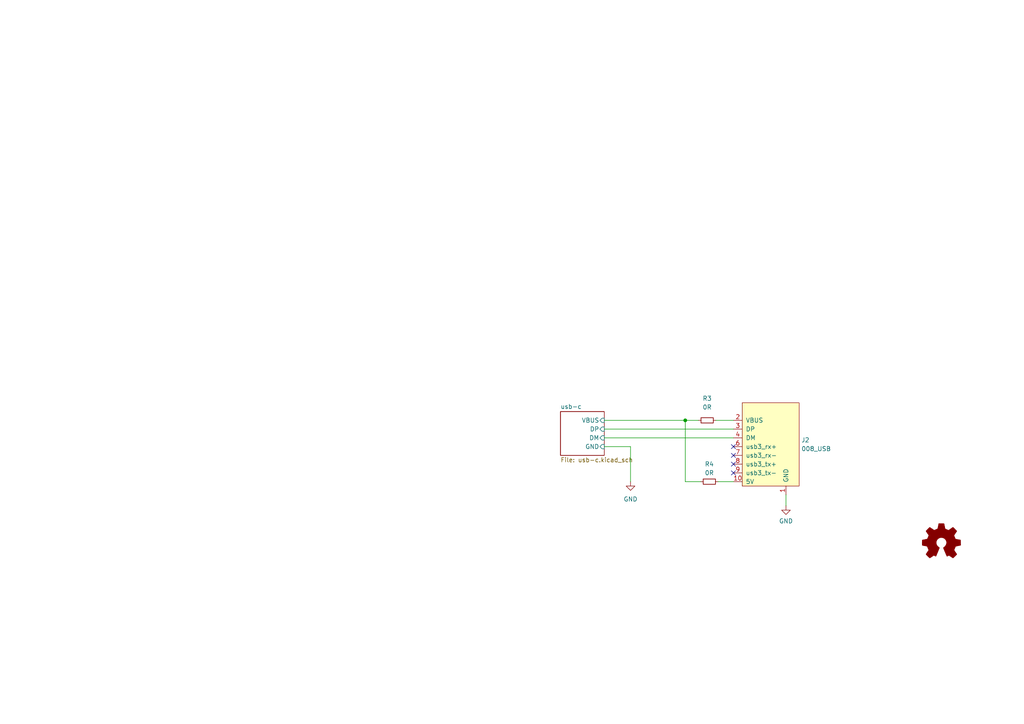
<source format=kicad_sch>
(kicad_sch
	(version 20250114)
	(generator "eeschema")
	(generator_version "9.0")
	(uuid "57732dd3-1162-4c3f-88bd-31bf473d124d")
	(paper "A4")
	(lib_symbols
		(symbol "Device:R_Small"
			(pin_numbers
				(hide yes)
			)
			(pin_names
				(offset 0.254)
				(hide yes)
			)
			(exclude_from_sim no)
			(in_bom yes)
			(on_board yes)
			(property "Reference" "R"
				(at 0.762 0.508 0)
				(effects
					(font
						(size 1.27 1.27)
					)
					(justify left)
				)
			)
			(property "Value" "R_Small"
				(at 0.762 -1.016 0)
				(effects
					(font
						(size 1.27 1.27)
					)
					(justify left)
				)
			)
			(property "Footprint" ""
				(at 0 0 0)
				(effects
					(font
						(size 1.27 1.27)
					)
					(hide yes)
				)
			)
			(property "Datasheet" "~"
				(at 0 0 0)
				(effects
					(font
						(size 1.27 1.27)
					)
					(hide yes)
				)
			)
			(property "Description" "Resistor, small symbol"
				(at 0 0 0)
				(effects
					(font
						(size 1.27 1.27)
					)
					(hide yes)
				)
			)
			(property "ki_keywords" "R resistor"
				(at 0 0 0)
				(effects
					(font
						(size 1.27 1.27)
					)
					(hide yes)
				)
			)
			(property "ki_fp_filters" "R_*"
				(at 0 0 0)
				(effects
					(font
						(size 1.27 1.27)
					)
					(hide yes)
				)
			)
			(symbol "R_Small_0_1"
				(rectangle
					(start -0.762 1.778)
					(end 0.762 -1.778)
					(stroke
						(width 0.2032)
						(type default)
					)
					(fill
						(type none)
					)
				)
			)
			(symbol "R_Small_1_1"
				(pin passive line
					(at 0 2.54 270)
					(length 0.762)
					(name "~"
						(effects
							(font
								(size 1.27 1.27)
							)
						)
					)
					(number "1"
						(effects
							(font
								(size 1.27 1.27)
							)
						)
					)
				)
				(pin passive line
					(at 0 -2.54 90)
					(length 0.762)
					(name "~"
						(effects
							(font
								(size 1.27 1.27)
							)
						)
					)
					(number "2"
						(effects
							(font
								(size 1.27 1.27)
							)
						)
					)
				)
			)
			(embedded_fonts no)
		)
		(symbol "Graphic:Logo_Open_Hardware_Small"
			(pin_names
				(offset 1.016)
			)
			(exclude_from_sim no)
			(in_bom yes)
			(on_board yes)
			(property "Reference" "#LOGO"
				(at 0 6.985 0)
				(effects
					(font
						(size 1.27 1.27)
					)
					(hide yes)
				)
			)
			(property "Value" "Logo_Open_Hardware_Small"
				(at 0 -5.715 0)
				(effects
					(font
						(size 1.27 1.27)
					)
					(hide yes)
				)
			)
			(property "Footprint" ""
				(at 0 0 0)
				(effects
					(font
						(size 1.27 1.27)
					)
					(hide yes)
				)
			)
			(property "Datasheet" "~"
				(at 0 0 0)
				(effects
					(font
						(size 1.27 1.27)
					)
					(hide yes)
				)
			)
			(property "Description" "Open Hardware logo, small"
				(at 0 0 0)
				(effects
					(font
						(size 1.27 1.27)
					)
					(hide yes)
				)
			)
			(property "ki_keywords" "Logo"
				(at 0 0 0)
				(effects
					(font
						(size 1.27 1.27)
					)
					(hide yes)
				)
			)
			(symbol "Logo_Open_Hardware_Small_0_1"
				(polyline
					(pts
						(xy 3.3528 -4.3434) (xy 3.302 -4.318) (xy 3.175 -4.2418) (xy 2.9972 -4.1148) (xy 2.7686 -3.9624)
						(xy 2.54 -3.81) (xy 2.3622 -3.7084) (xy 2.2352 -3.6068) (xy 2.1844 -3.5814) (xy 2.159 -3.6068)
						(xy 2.0574 -3.6576) (xy 1.905 -3.7338) (xy 1.8034 -3.7846) (xy 1.6764 -3.8354) (xy 1.6002 -3.8354)
						(xy 1.6002 -3.8354) (xy 1.5494 -3.7338) (xy 1.4732 -3.5306) (xy 1.3462 -3.302) (xy 1.2446 -3.0226)
						(xy 1.1176 -2.7178) (xy 0.9652 -2.413) (xy 0.8636 -2.1082) (xy 0.7366 -1.8288) (xy 0.6604 -1.6256)
						(xy 0.6096 -1.4732) (xy 0.5842 -1.397) (xy 0.5842 -1.397) (xy 0.6604 -1.3208) (xy 0.7874 -1.2446)
						(xy 1.0414 -1.016) (xy 1.2954 -0.6858) (xy 1.4478 -0.3302) (xy 1.524 0.0762) (xy 1.4732 0.4572)
						(xy 1.3208 0.8128) (xy 1.0668 1.143) (xy 0.762 1.3716) (xy 0.4064 1.524) (xy 0 1.5748) (xy -0.381 1.5494)
						(xy -0.7366 1.397) (xy -1.0668 1.143) (xy -1.2192 0.9906) (xy -1.397 0.6604) (xy -1.524 0.3048)
						(xy -1.524 0.2286) (xy -1.4986 -0.1778) (xy -1.397 -0.5334) (xy -1.1938 -0.8636) (xy -0.9144 -1.143)
						(xy -0.8636 -1.1684) (xy -0.7366 -1.27) (xy -0.635 -1.3462) (xy -0.5842 -1.397) (xy -1.0668 -2.5908)
						(xy -1.143 -2.794) (xy -1.2954 -3.1242) (xy -1.397 -3.4036) (xy -1.4986 -3.6322) (xy -1.5748 -3.7846)
						(xy -1.6002 -3.8354) (xy -1.6002 -3.8354) (xy -1.651 -3.8354) (xy -1.7272 -3.81) (xy -1.905 -3.7338)
						(xy -2.0066 -3.683) (xy -2.1336 -3.6068) (xy -2.2098 -3.5814) (xy -2.2606 -3.6068) (xy -2.3622 -3.683)
						(xy -2.54 -3.81) (xy -2.7686 -3.9624) (xy -2.9718 -4.0894) (xy -3.1496 -4.2164) (xy -3.302 -4.318)
						(xy -3.3528 -4.3434) (xy -3.3782 -4.3434) (xy -3.429 -4.318) (xy -3.5306 -4.2164) (xy -3.7084 -4.064)
						(xy -3.937 -3.8354) (xy -3.9624 -3.81) (xy -4.1656 -3.6068) (xy -4.318 -3.4544) (xy -4.4196 -3.3274)
						(xy -4.445 -3.2766) (xy -4.445 -3.2766) (xy -4.4196 -3.2258) (xy -4.318 -3.0734) (xy -4.2164 -2.8956)
						(xy -4.064 -2.667) (xy -3.6576 -2.0828) (xy -3.8862 -1.5494) (xy -3.937 -1.3716) (xy -4.0386 -1.1684)
						(xy -4.0894 -1.0414) (xy -4.1148 -0.9652) (xy -4.191 -0.9398) (xy -4.318 -0.9144) (xy -4.5466 -0.8636)
						(xy -4.8006 -0.8128) (xy -5.0546 -0.7874) (xy -5.2578 -0.7366) (xy -5.4356 -0.7112) (xy -5.5118 -0.6858)
						(xy -5.5118 -0.6858) (xy -5.5372 -0.635) (xy -5.5372 -0.5588) (xy -5.5372 -0.4318) (xy -5.5626 -0.2286)
						(xy -5.5626 0.0762) (xy -5.5626 0.127) (xy -5.5372 0.4064) (xy -5.5372 0.635) (xy -5.5372 0.762)
						(xy -5.5372 0.8382) (xy -5.5372 0.8382) (xy -5.461 0.8382) (xy -5.3086 0.889) (xy -5.08 0.9144)
						(xy -4.826 0.9652) (xy -4.8006 0.9906) (xy -4.5466 1.0414) (xy -4.318 1.0668) (xy -4.1656 1.1176)
						(xy -4.0894 1.143) (xy -4.0894 1.143) (xy -4.0386 1.2446) (xy -3.9624 1.4224) (xy -3.8608 1.6256)
						(xy -3.7846 1.8288) (xy -3.7084 2.0066) (xy -3.6576 2.159) (xy -3.6322 2.2098) (xy -3.6322 2.2098)
						(xy -3.683 2.286) (xy -3.7592 2.413) (xy -3.8862 2.5908) (xy -4.064 2.8194) (xy -4.064 2.8448)
						(xy -4.2164 3.0734) (xy -4.3434 3.2512) (xy -4.4196 3.3782) (xy -4.445 3.4544) (xy -4.445 3.4544)
						(xy -4.3942 3.5052) (xy -4.2926 3.6322) (xy -4.1148 3.81) (xy -3.937 4.0132) (xy -3.8608 4.064)
						(xy -3.6576 4.2926) (xy -3.5052 4.4196) (xy -3.4036 4.4958) (xy -3.3528 4.5212) (xy -3.3528 4.5212)
						(xy -3.302 4.4704) (xy -3.1496 4.3688) (xy -2.9718 4.2418) (xy -2.7432 4.0894) (xy -2.7178 4.0894)
						(xy -2.4892 3.937) (xy -2.3114 3.81) (xy -2.1844 3.7084) (xy -2.1336 3.683) (xy -2.1082 3.683)
						(xy -2.032 3.7084) (xy -1.8542 3.7592) (xy -1.6764 3.8354) (xy -1.4732 3.937) (xy -1.27 4.0132)
						(xy -1.143 4.064) (xy -1.0668 4.1148) (xy -1.0668 4.1148) (xy -1.0414 4.191) (xy -1.016 4.3434)
						(xy -0.9652 4.572) (xy -0.9144 4.8514) (xy -0.889 4.9022) (xy -0.8382 5.1562) (xy -0.8128 5.3848)
						(xy -0.7874 5.5372) (xy -0.762 5.588) (xy -0.7112 5.6134) (xy -0.5842 5.6134) (xy -0.4064 5.6134)
						(xy -0.1524 5.6134) (xy 0.0762 5.6134) (xy 0.3302 5.6134) (xy 0.5334 5.6134) (xy 0.6858 5.588)
						(xy 0.7366 5.588) (xy 0.7366 5.588) (xy 0.762 5.5118) (xy 0.8128 5.334) (xy 0.8382 5.1054) (xy 0.9144 4.826)
						(xy 0.9144 4.7752) (xy 0.9652 4.5212) (xy 1.016 4.2926) (xy 1.0414 4.1402) (xy 1.0668 4.0894)
						(xy 1.0668 4.0894) (xy 1.1938 4.0386) (xy 1.3716 3.9624) (xy 1.5748 3.8608) (xy 2.0828 3.6576)
						(xy 2.7178 4.0894) (xy 2.7686 4.1402) (xy 2.9972 4.2926) (xy 3.175 4.4196) (xy 3.302 4.4958) (xy 3.3782 4.5212)
						(xy 3.3782 4.5212) (xy 3.429 4.4704) (xy 3.556 4.3434) (xy 3.7338 4.191) (xy 3.9116 3.9878) (xy 4.064 3.8354)
						(xy 4.2418 3.6576) (xy 4.3434 3.556) (xy 4.4196 3.4798) (xy 4.4196 3.429) (xy 4.4196 3.4036) (xy 4.3942 3.3274)
						(xy 4.2926 3.2004) (xy 4.1656 2.9972) (xy 4.0132 2.794) (xy 3.8862 2.5908) (xy 3.7592 2.3876)
						(xy 3.6576 2.2352) (xy 3.6322 2.159) (xy 3.6322 2.1336) (xy 3.683 2.0066) (xy 3.7592 1.8288) (xy 3.8608 1.6002)
						(xy 4.064 1.1176) (xy 4.3942 1.0414) (xy 4.5974 1.016) (xy 4.8768 0.9652) (xy 5.1308 0.9144) (xy 5.5372 0.8382)
						(xy 5.5626 -0.6604) (xy 5.4864 -0.6858) (xy 5.4356 -0.6858) (xy 5.2832 -0.7366) (xy 5.0546 -0.762)
						(xy 4.8006 -0.8128) (xy 4.5974 -0.8636) (xy 4.3688 -0.9144) (xy 4.2164 -0.9398) (xy 4.1402 -0.9398)
						(xy 4.1148 -0.9652) (xy 4.064 -1.0668) (xy 3.9878 -1.2446) (xy 3.9116 -1.4478) (xy 3.81 -1.651)
						(xy 3.7338 -1.8542) (xy 3.683 -2.0066) (xy 3.6576 -2.0828) (xy 3.683 -2.1336) (xy 3.7846 -2.2606)
						(xy 3.8862 -2.4638) (xy 4.0386 -2.667) (xy 4.191 -2.8956) (xy 4.318 -3.0734) (xy 4.3942 -3.2004)
						(xy 4.445 -3.2766) (xy 4.4196 -3.3274) (xy 4.3434 -3.429) (xy 4.1656 -3.5814) (xy 3.937 -3.8354)
						(xy 3.8862 -3.8608) (xy 3.683 -4.064) (xy 3.5306 -4.2164) (xy 3.4036 -4.318) (xy 3.3528 -4.3434)
					)
					(stroke
						(width 0)
						(type default)
					)
					(fill
						(type outline)
					)
				)
			)
			(embedded_fonts no)
		)
		(symbol "power:GND"
			(power)
			(pin_names
				(offset 0)
			)
			(exclude_from_sim no)
			(in_bom yes)
			(on_board yes)
			(property "Reference" "#PWR"
				(at 0 -6.35 0)
				(effects
					(font
						(size 1.27 1.27)
					)
					(hide yes)
				)
			)
			(property "Value" "GND"
				(at 0 -3.81 0)
				(effects
					(font
						(size 1.27 1.27)
					)
				)
			)
			(property "Footprint" ""
				(at 0 0 0)
				(effects
					(font
						(size 1.27 1.27)
					)
					(hide yes)
				)
			)
			(property "Datasheet" ""
				(at 0 0 0)
				(effects
					(font
						(size 1.27 1.27)
					)
					(hide yes)
				)
			)
			(property "Description" "Power symbol creates a global label with name \"GND\" , ground"
				(at 0 0 0)
				(effects
					(font
						(size 1.27 1.27)
					)
					(hide yes)
				)
			)
			(property "ki_keywords" "power-flag"
				(at 0 0 0)
				(effects
					(font
						(size 1.27 1.27)
					)
					(hide yes)
				)
			)
			(symbol "GND_0_1"
				(polyline
					(pts
						(xy 0 0) (xy 0 -1.27) (xy 1.27 -1.27) (xy 0 -2.54) (xy -1.27 -1.27) (xy 0 -1.27)
					)
					(stroke
						(width 0)
						(type default)
					)
					(fill
						(type none)
					)
				)
			)
			(symbol "GND_1_1"
				(pin power_in line
					(at 0 0 270)
					(length 0)
					(hide yes)
					(name "GND"
						(effects
							(font
								(size 1.27 1.27)
							)
						)
					)
					(number "1"
						(effects
							(font
								(size 1.27 1.27)
							)
						)
					)
				)
			)
			(embedded_fonts no)
		)
		(symbol "put_on_edge:008_USB"
			(pin_names
				(offset 1.016)
			)
			(exclude_from_sim no)
			(in_bom yes)
			(on_board yes)
			(property "Reference" "J"
				(at -2.54 13.97 0)
				(effects
					(font
						(size 1.27 1.27)
					)
				)
			)
			(property "Value" "008_USB"
				(at 8.89 13.97 0)
				(effects
					(font
						(size 1.27 1.27)
					)
				)
			)
			(property "Footprint" ""
				(at 7.62 16.51 0)
				(effects
					(font
						(size 1.27 1.27)
					)
					(hide yes)
				)
			)
			(property "Datasheet" ""
				(at 7.62 16.51 0)
				(effects
					(font
						(size 1.27 1.27)
					)
					(hide yes)
				)
			)
			(property "Description" ""
				(at 0 0 0)
				(effects
					(font
						(size 1.27 1.27)
					)
					(hide yes)
				)
			)
			(symbol "008_USB_0_1"
				(rectangle
					(start -8.89 12.7)
					(end 7.62 -11.43)
					(stroke
						(width 0)
						(type default)
					)
					(fill
						(type background)
					)
				)
			)
			(symbol "008_USB_1_1"
				(pin power_in line
					(at -11.43 7.62 0)
					(length 2.54)
					(name "VBUS"
						(effects
							(font
								(size 1.27 1.27)
							)
						)
					)
					(number "2"
						(effects
							(font
								(size 1.27 1.27)
							)
						)
					)
				)
				(pin bidirectional line
					(at -11.43 5.08 0)
					(length 2.54)
					(name "DP"
						(effects
							(font
								(size 1.27 1.27)
							)
						)
					)
					(number "3"
						(effects
							(font
								(size 1.27 1.27)
							)
						)
					)
				)
				(pin bidirectional line
					(at -11.43 2.54 0)
					(length 2.54)
					(name "DM"
						(effects
							(font
								(size 1.27 1.27)
							)
						)
					)
					(number "4"
						(effects
							(font
								(size 1.27 1.27)
							)
						)
					)
				)
				(pin input line
					(at -11.43 0 0)
					(length 2.54)
					(name "usb3_rx+"
						(effects
							(font
								(size 1.27 1.27)
							)
						)
					)
					(number "6"
						(effects
							(font
								(size 1.27 1.27)
							)
						)
					)
				)
				(pin input line
					(at -11.43 -2.54 0)
					(length 2.54)
					(name "usb3_rx-"
						(effects
							(font
								(size 1.27 1.27)
							)
						)
					)
					(number "7"
						(effects
							(font
								(size 1.27 1.27)
							)
						)
					)
				)
				(pin input line
					(at -11.43 -5.08 0)
					(length 2.54)
					(name "usb3_tx+"
						(effects
							(font
								(size 1.27 1.27)
							)
						)
					)
					(number "8"
						(effects
							(font
								(size 1.27 1.27)
							)
						)
					)
				)
				(pin input line
					(at -11.43 -7.62 0)
					(length 2.54)
					(name "usb3_tx-"
						(effects
							(font
								(size 1.27 1.27)
							)
						)
					)
					(number "9"
						(effects
							(font
								(size 1.27 1.27)
							)
						)
					)
				)
				(pin power_in line
					(at -11.43 -10.16 0)
					(length 2.54)
					(name "5V"
						(effects
							(font
								(size 1.27 1.27)
							)
						)
					)
					(number "10"
						(effects
							(font
								(size 1.27 1.27)
							)
						)
					)
				)
				(pin power_in line
					(at 3.81 -13.97 90)
					(length 2.54)
					(name "GND"
						(effects
							(font
								(size 1.27 1.27)
							)
						)
					)
					(number "1"
						(effects
							(font
								(size 1.27 1.27)
							)
						)
					)
				)
			)
			(embedded_fonts no)
		)
	)
	(junction
		(at 198.755 121.92)
		(diameter 0)
		(color 0 0 0 0)
		(uuid "44b59e6a-0d83-4715-ac63-6738b0ef9281")
	)
	(no_connect
		(at 212.725 137.16)
		(uuid "1f6577ba-8085-45af-ae8c-e5c27ef15a8c")
	)
	(no_connect
		(at 212.725 129.54)
		(uuid "2b970ef3-7a15-4edd-af0a-76067cac535b")
	)
	(no_connect
		(at 212.725 134.62)
		(uuid "7b622845-d39d-4c4a-a211-a398afcfb61a")
	)
	(no_connect
		(at 212.725 132.08)
		(uuid "cc3c662c-56e1-4476-a4ce-0412ed476e0f")
	)
	(wire
		(pts
			(xy 207.645 121.92) (xy 212.725 121.92)
		)
		(stroke
			(width 0)
			(type default)
		)
		(uuid "08f61e54-2c18-47c6-b89d-c68f859c8c46")
	)
	(wire
		(pts
			(xy 175.26 124.46) (xy 212.725 124.46)
		)
		(stroke
			(width 0)
			(type default)
		)
		(uuid "2469d141-419b-4df1-8f5b-06e3aecd21d0")
	)
	(wire
		(pts
			(xy 175.26 127) (xy 212.725 127)
		)
		(stroke
			(width 0)
			(type default)
		)
		(uuid "3cb87392-104e-49bf-9866-3b3f17ffcc44")
	)
	(wire
		(pts
			(xy 182.88 129.54) (xy 182.88 139.7)
		)
		(stroke
			(width 0)
			(type default)
		)
		(uuid "5a1fc14d-1d6f-444c-82b2-77ce3f0eeb3f")
	)
	(wire
		(pts
			(xy 227.965 143.51) (xy 227.965 146.685)
		)
		(stroke
			(width 0)
			(type default)
		)
		(uuid "79155a6f-e6a0-43af-80c3-a2e850e18034")
	)
	(wire
		(pts
			(xy 208.28 139.7) (xy 212.725 139.7)
		)
		(stroke
			(width 0)
			(type default)
		)
		(uuid "97b7a0ba-2f66-41c2-9a20-ce568cfe842d")
	)
	(wire
		(pts
			(xy 198.755 121.92) (xy 202.565 121.92)
		)
		(stroke
			(width 0)
			(type default)
		)
		(uuid "a18bd170-fbba-4b27-81a7-1667a0a90620")
	)
	(wire
		(pts
			(xy 175.26 129.54) (xy 182.88 129.54)
		)
		(stroke
			(width 0)
			(type default)
		)
		(uuid "b5f50e6e-6728-4454-96f5-44e0bc388ce5")
	)
	(wire
		(pts
			(xy 175.26 121.92) (xy 198.755 121.92)
		)
		(stroke
			(width 0)
			(type default)
		)
		(uuid "cd54c1f1-bb70-44f6-90c6-67d407d2005c")
	)
	(wire
		(pts
			(xy 203.2 139.7) (xy 198.755 139.7)
		)
		(stroke
			(width 0)
			(type default)
		)
		(uuid "f0297d44-5b20-4bad-9e5e-24611ece35f8")
	)
	(wire
		(pts
			(xy 198.755 121.92) (xy 198.755 139.7)
		)
		(stroke
			(width 0)
			(type default)
		)
		(uuid "fcebdc9c-bac1-4731-8bce-8a7ff85c165e")
	)
	(symbol
		(lib_id "put_on_edge:008_USB")
		(at 224.155 129.54 0)
		(unit 1)
		(exclude_from_sim no)
		(in_bom yes)
		(on_board yes)
		(dnp no)
		(fields_autoplaced yes)
		(uuid "0c3a6794-7b81-4c0b-acff-b77c266404d2")
		(property "Reference" "J2"
			(at 232.41 127.6349 0)
			(effects
				(font
					(size 1.27 1.27)
				)
				(justify left)
			)
		)
		(property "Value" "008_USB"
			(at 232.41 130.1749 0)
			(effects
				(font
					(size 1.27 1.27)
				)
				(justify left)
			)
		)
		(property "Footprint" "on_edge:on_edge_2x05_host"
			(at 231.775 113.03 0)
			(effects
				(font
					(size 1.27 1.27)
				)
				(hide yes)
			)
		)
		(property "Datasheet" ""
			(at 231.775 113.03 0)
			(effects
				(font
					(size 1.27 1.27)
				)
				(hide yes)
			)
		)
		(property "Description" ""
			(at 224.155 129.54 0)
			(effects
				(font
					(size 1.27 1.27)
				)
			)
		)
		(pin "1"
			(uuid "5a962dbb-5570-4af4-8000-83630affd344")
		)
		(pin "10"
			(uuid "698413ca-3190-4a7f-9d45-6e6ac2d0a23f")
		)
		(pin "2"
			(uuid "9826b6d2-aa8e-434e-9f64-cc19eff69e1b")
		)
		(pin "3"
			(uuid "a342e4e3-8c2b-44c6-be3b-23a948ba0a2c")
		)
		(pin "4"
			(uuid "ef30dd77-dfad-4ef1-ba03-f12f77b276a4")
		)
		(pin "6"
			(uuid "4f506e58-991d-4175-99dc-f631dc093fb6")
		)
		(pin "7"
			(uuid "695d301f-513d-4b2b-a488-931430f916ff")
		)
		(pin "8"
			(uuid "c018bfb8-7dbc-4b90-aba6-95d109e56c5d")
		)
		(pin "9"
			(uuid "73ecd228-1e8f-4fd9-a44d-a02341d7addc")
		)
		(instances
			(project "board"
				(path "/57732dd3-1162-4c3f-88bd-31bf473d124d"
					(reference "J2")
					(unit 1)
				)
			)
		)
	)
	(symbol
		(lib_id "Device:R_Small")
		(at 205.105 121.92 90)
		(unit 1)
		(exclude_from_sim no)
		(in_bom yes)
		(on_board yes)
		(dnp no)
		(fields_autoplaced yes)
		(uuid "33794f6b-08fb-4bf3-a37e-40205e0e3dc6")
		(property "Reference" "R3"
			(at 205.105 115.57 90)
			(effects
				(font
					(size 1.27 1.27)
				)
			)
		)
		(property "Value" "0R"
			(at 205.105 118.11 90)
			(effects
				(font
					(size 1.27 1.27)
				)
			)
		)
		(property "Footprint" "Resistor_SMD:R_0603_1608Metric"
			(at 205.105 121.92 0)
			(effects
				(font
					(size 1.27 1.27)
				)
				(hide yes)
			)
		)
		(property "Datasheet" "~"
			(at 205.105 121.92 0)
			(effects
				(font
					(size 1.27 1.27)
				)
				(hide yes)
			)
		)
		(property "Description" ""
			(at 205.105 121.92 0)
			(effects
				(font
					(size 1.27 1.27)
				)
			)
		)
		(pin "1"
			(uuid "9e32a44d-c127-4604-af5a-08cb23a5819b")
		)
		(pin "2"
			(uuid "3afa5dd4-2209-4101-a068-0f7d452fba97")
		)
		(instances
			(project "board"
				(path "/57732dd3-1162-4c3f-88bd-31bf473d124d"
					(reference "R3")
					(unit 1)
				)
			)
		)
	)
	(symbol
		(lib_id "power:GND")
		(at 227.965 146.685 0)
		(unit 1)
		(exclude_from_sim no)
		(in_bom yes)
		(on_board yes)
		(dnp no)
		(fields_autoplaced yes)
		(uuid "5857f9ef-828e-4ba1-ba57-c128f1e542e9")
		(property "Reference" "#PWR01"
			(at 227.965 153.035 0)
			(effects
				(font
					(size 1.27 1.27)
				)
				(hide yes)
			)
		)
		(property "Value" "GND"
			(at 227.965 151.13 0)
			(effects
				(font
					(size 1.27 1.27)
				)
			)
		)
		(property "Footprint" ""
			(at 227.965 146.685 0)
			(effects
				(font
					(size 1.27 1.27)
				)
				(hide yes)
			)
		)
		(property "Datasheet" ""
			(at 227.965 146.685 0)
			(effects
				(font
					(size 1.27 1.27)
				)
				(hide yes)
			)
		)
		(property "Description" ""
			(at 227.965 146.685 0)
			(effects
				(font
					(size 1.27 1.27)
				)
			)
		)
		(pin "1"
			(uuid "40ca171a-2800-478a-b40a-a367904f792c")
		)
		(instances
			(project "board"
				(path "/57732dd3-1162-4c3f-88bd-31bf473d124d"
					(reference "#PWR01")
					(unit 1)
				)
			)
		)
	)
	(symbol
		(lib_id "Device:R_Small")
		(at 205.74 139.7 90)
		(unit 1)
		(exclude_from_sim no)
		(in_bom yes)
		(on_board yes)
		(dnp no)
		(fields_autoplaced yes)
		(uuid "67a118a6-29e4-4880-82ff-7acd67f5cbbf")
		(property "Reference" "R4"
			(at 205.74 134.62 90)
			(effects
				(font
					(size 1.27 1.27)
				)
			)
		)
		(property "Value" "0R"
			(at 205.74 137.16 90)
			(effects
				(font
					(size 1.27 1.27)
				)
			)
		)
		(property "Footprint" "Resistor_SMD:R_0603_1608Metric"
			(at 205.74 139.7 0)
			(effects
				(font
					(size 1.27 1.27)
				)
				(hide yes)
			)
		)
		(property "Datasheet" "~"
			(at 205.74 139.7 0)
			(effects
				(font
					(size 1.27 1.27)
				)
				(hide yes)
			)
		)
		(property "Description" ""
			(at 205.74 139.7 0)
			(effects
				(font
					(size 1.27 1.27)
				)
			)
		)
		(pin "1"
			(uuid "4fb15c10-d519-475a-81a9-df35b05eef17")
		)
		(pin "2"
			(uuid "c3a50be6-f28d-44f7-a82d-a252a83593a3")
		)
		(instances
			(project "board"
				(path "/57732dd3-1162-4c3f-88bd-31bf473d124d"
					(reference "R4")
					(unit 1)
				)
			)
		)
	)
	(symbol
		(lib_id "power:GND")
		(at 182.88 139.7 0)
		(unit 1)
		(exclude_from_sim no)
		(in_bom yes)
		(on_board yes)
		(dnp no)
		(fields_autoplaced yes)
		(uuid "971afa99-5d33-4a72-a8e1-edd3c45138ed")
		(property "Reference" "#PWR?"
			(at 182.88 146.05 0)
			(effects
				(font
					(size 1.27 1.27)
				)
				(hide yes)
			)
		)
		(property "Value" "GND"
			(at 182.88 144.78 0)
			(effects
				(font
					(size 1.27 1.27)
				)
			)
		)
		(property "Footprint" ""
			(at 182.88 139.7 0)
			(effects
				(font
					(size 1.27 1.27)
				)
				(hide yes)
			)
		)
		(property "Datasheet" ""
			(at 182.88 139.7 0)
			(effects
				(font
					(size 1.27 1.27)
				)
				(hide yes)
			)
		)
		(property "Description" ""
			(at 182.88 139.7 0)
			(effects
				(font
					(size 1.27 1.27)
				)
			)
		)
		(pin "1"
			(uuid "0e12e353-ffd6-4e27-8957-653e209f57b0")
		)
		(instances
			(project "board"
				(path "/57732dd3-1162-4c3f-88bd-31bf473d124d"
					(reference "#PWR?")
					(unit 1)
				)
			)
		)
	)
	(symbol
		(lib_id "Graphic:Logo_Open_Hardware_Small")
		(at 273.05 157.48 0)
		(unit 1)
		(exclude_from_sim no)
		(in_bom yes)
		(on_board yes)
		(dnp no)
		(fields_autoplaced yes)
		(uuid "b72b6f4a-7489-40f2-bb90-d75ae01aa368")
		(property "Reference" "LOGO1"
			(at 273.05 150.495 0)
			(effects
				(font
					(size 1.27 1.27)
				)
				(hide yes)
			)
		)
		(property "Value" "Logo_Open_Hardware_Small"
			(at 273.05 163.195 0)
			(effects
				(font
					(size 1.27 1.27)
				)
				(hide yes)
			)
		)
		(property "Footprint" "Symbol:OSHW-Symbol_6.7x6mm_SilkScreen"
			(at 273.05 157.48 0)
			(effects
				(font
					(size 1.27 1.27)
				)
				(hide yes)
			)
		)
		(property "Datasheet" "~"
			(at 273.05 157.48 0)
			(effects
				(font
					(size 1.27 1.27)
				)
				(hide yes)
			)
		)
		(property "Description" ""
			(at 273.05 157.48 0)
			(effects
				(font
					(size 1.27 1.27)
				)
			)
		)
		(instances
			(project "board"
				(path "/57732dd3-1162-4c3f-88bd-31bf473d124d"
					(reference "LOGO1")
					(unit 1)
				)
			)
		)
	)
	(sheet
		(at 162.56 119.38)
		(size 12.7 12.7)
		(exclude_from_sim no)
		(in_bom yes)
		(on_board yes)
		(dnp no)
		(fields_autoplaced yes)
		(stroke
			(width 0.1524)
			(type solid)
		)
		(fill
			(color 0 0 0 0.0000)
		)
		(uuid "767ce4c6-0e55-4543-92f0-34cb8237a544")
		(property "Sheetname" "usb-c"
			(at 162.56 118.6684 0)
			(effects
				(font
					(size 1.27 1.27)
				)
				(justify left bottom)
			)
		)
		(property "Sheetfile" "usb-c.kicad_sch"
			(at 162.56 132.6646 0)
			(effects
				(font
					(size 1.27 1.27)
				)
				(justify left top)
			)
		)
		(pin "GND" input
			(at 175.26 129.54 0)
			(uuid "466cf29f-04d2-4303-aa26-8ec28548d2f2")
			(effects
				(font
					(size 1.27 1.27)
				)
				(justify right)
			)
		)
		(pin "DM" input
			(at 175.26 127 0)
			(uuid "5172abf7-2297-42ff-a50c-41bb01331f4e")
			(effects
				(font
					(size 1.27 1.27)
				)
				(justify right)
			)
		)
		(pin "DP" input
			(at 175.26 124.46 0)
			(uuid "894e4a6c-bd00-4acd-b5f1-b1a5aac90c5c")
			(effects
				(font
					(size 1.27 1.27)
				)
				(justify right)
			)
		)
		(pin "VBUS" input
			(at 175.26 121.92 0)
			(uuid "b1398ade-fe1f-424c-b290-3b07996e8888")
			(effects
				(font
					(size 1.27 1.27)
				)
				(justify right)
			)
		)
		(instances
			(project "board"
				(path "/57732dd3-1162-4c3f-88bd-31bf473d124d"
					(page "2")
				)
			)
		)
	)
	(sheet_instances
		(path "/"
			(page "1")
		)
	)
	(embedded_fonts no)
)

</source>
